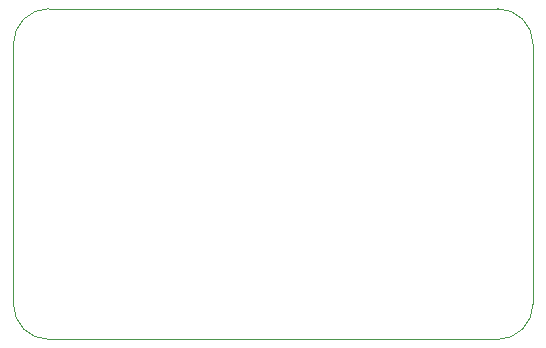
<source format=gm1>
%TF.GenerationSoftware,KiCad,Pcbnew,(5.99.0-8442-g3b424d3868)*%
%TF.CreationDate,2021-01-17T09:13:46+01:00*%
%TF.ProjectId,WiFi-Addon,57694669-2d41-4646-946f-6e2e6b696361,rev?*%
%TF.SameCoordinates,PX160b110PY9be08a8*%
%TF.FileFunction,Profile,NP*%
%FSLAX46Y46*%
G04 Gerber Fmt 4.6, Leading zero omitted, Abs format (unit mm)*
G04 Created by KiCad (PCBNEW (5.99.0-8442-g3b424d3868)) date 2021-01-17 09:13:46*
%MOMM*%
%LPD*%
G01*
G04 APERTURE LIST*
%TA.AperFunction,Profile*%
%ADD10C,0.050000*%
%TD*%
G04 APERTURE END LIST*
D10*
X48886000Y65449000D02*
G75*
G03*
X45886000Y68449000I-3000000J0D01*
G01*
X7886000Y68449000D02*
G75*
G03*
X4886000Y65449000I0J-3000000D01*
G01*
X48886000Y43449000D02*
X48886000Y65449000D01*
X45886000Y68449000D02*
X7886000Y68449000D01*
X45886000Y40449000D02*
G75*
G03*
X48886000Y43449000I0J3000000D01*
G01*
X7886000Y40449000D02*
X45886000Y40449000D01*
X4886000Y65449000D02*
X4886000Y43449000D01*
X7886000Y40449000D02*
G75*
G02*
X4886000Y43449000I0J3000000D01*
G01*
M02*

</source>
